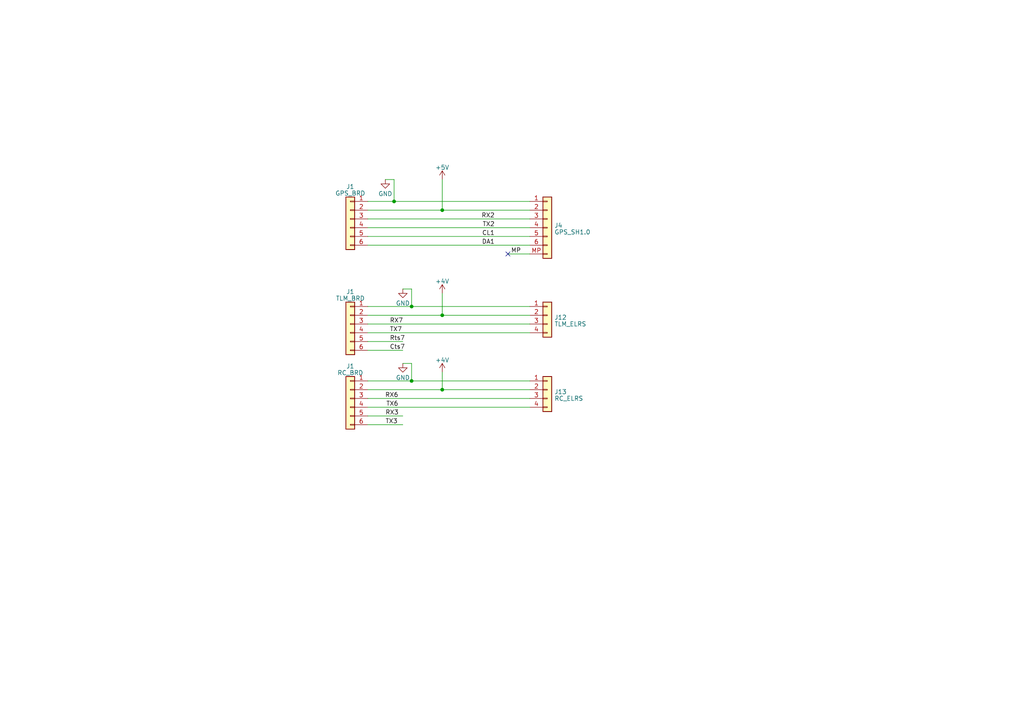
<source format=kicad_sch>
(kicad_sch (version 20230121) (generator eeschema)
  (paper "A4")
  (lib_symbols
    (symbol "Connector_Generic:Conn_01x04" (pin_names (offset 1.016) hide)
      (property "Reference" "J" (at 0 5.08 0))
      (property "Value" "Conn_01x04" (at 0 -7.62 0))
      (symbol "Conn_01x04_1_1"
        (rectangle (start -1.27 -4.953) (end 0 -5.207) (stroke (width 0.1524)))
        (rectangle (start -1.27 -2.413) (end 0 -2.667) (stroke (width 0.1524)))
        (rectangle (start -1.27 0.127) (end 0 -0.127) (stroke (width 0.1524)))
        (rectangle (start -1.27 2.667) (end 0 2.413) (stroke (width 0.1524)))
        (rectangle (start -1.27 3.81) (end 1.27 -6.35) (stroke (width 0.254)) (fill (type background)))
        (pin passive line (at -5.08 2.54 0) (length 3.81) (name "Pin_1") (number "1"))
        (pin passive line (at -5.08 0 0) (length 3.81) (name "Pin_2") (number "2"))
        (pin passive line (at -5.08 -2.54 0) (length 3.81) (name "Pin_3") (number "3"))
        (pin passive line (at -5.08 -5.08 0) (length 3.81) (name "Pin_4") (number "4"))
      )
    )
    (symbol "Connector_Generic:Conn_01x06" (pin_names (offset 1.016) hide)
      (property "Reference" "J" (at 0 7.62 0))
      (property "Value" "Conn_01x06" (at 0 -10.16 0))
      (symbol "Conn_01x06_1_1"
        (rectangle (start -1.27 -7.493) (end 0 -7.747) (stroke (width 0.1524)))
        (rectangle (start -1.27 -4.953) (end 0 -5.207) (stroke (width 0.1524)))
        (rectangle (start -1.27 -2.413) (end 0 -2.667) (stroke (width 0.1524)))
        (rectangle (start -1.27 0.127) (end 0 -0.127) (stroke (width 0.1524)))
        (rectangle (start -1.27 2.667) (end 0 2.413) (stroke (width 0.1524)))
        (rectangle (start -1.27 5.207) (end 0 4.953) (stroke (width 0.1524)))
        (rectangle (start -1.27 6.35) (end 1.27 -8.89) (stroke (width 0.254)) (fill (type background)))
        (pin passive line (at -5.08 5.08 0) (length 3.81) (name "Pin_1") (number "1"))
        (pin passive line (at -5.08 2.54 0) (length 3.81) (name "Pin_2") (number "2"))
        (pin passive line (at -5.08 0 0) (length 3.81) (name "Pin_3") (number "3"))
        (pin passive line (at -5.08 -2.54 0) (length 3.81) (name "Pin_4") (number "4"))
        (pin passive line (at -5.08 -5.08 0) (length 3.81) (name "Pin_5") (number "5"))
        (pin passive line (at -5.08 -7.62 0) (length 3.81) (name "Pin_6") (number "6"))
      )
    )
    (symbol "Connector_Generic:Conn_01x07" (pin_names (offset 1.016) hide)
      (property "Reference" "J4" (at 2.032 0.6437 0))
      (property "Value" "GPS" (at 2.032 -1.2773 0))
      (symbol "Conn_01x07_1_1"
        (rectangle (start -1.27 -7.493) (end 0 -7.747) (stroke (width 0.1524)))
        (rectangle (start -1.27 -4.953) (end 0 -5.207) (stroke (width 0.1524)))
        (rectangle (start -1.27 -2.413) (end 0 -2.667) (stroke (width 0.1524)))
        (rectangle (start -1.27 0.127) (end 0 -0.127) (stroke (width 0.1524)))
        (rectangle (start -1.27 2.667) (end 0 2.413) (stroke (width 0.1524)))
        (rectangle (start -1.27 5.207) (end 0 4.953) (stroke (width 0.1524)))
        (rectangle (start -1.27 7.747) (end 0 7.493) (stroke (width 0.1524)))
        (rectangle (start -1.27 8.89) (end 1.27 -8.89) (stroke (width 0.254)) (fill (type background)))
        (pin passive line (at -5.08 7.62 0) (length 3.81) (name "Pin_1") (number "1"))
        (pin passive line (at -5.08 5.08 0) (length 3.81) (name "Pin_2") (number "2"))
        (pin passive line (at -5.08 2.54 0) (length 3.81) (name "Pin_3") (number "3"))
        (pin passive line (at -5.08 0 0) (length 3.81) (name "Pin_4") (number "4"))
        (pin passive line (at -5.08 -2.54 0) (length 3.81) (name "Pin_5") (number "5"))
        (pin passive line (at -5.08 -5.08 0) (length 3.81) (name "Pin_6") (number "6"))
        (pin passive line (at -5.08 -7.62 0) (length 3.81) (name "Pin_7") (number "MP"))
      )
    )
    (symbol "power:+4V" (power) (pin_names (offset 0))
      (property "Value" "+4V" (at 0 3.556 0))
      (symbol "+4V_0_1"
        (polyline (pts (xy -0.762 1.27) (xy 0 2.54)))
        (polyline (pts (xy 0 0) (xy 0 2.54)))
        (polyline (pts (xy 0 2.54) (xy 0.762 1.27)))
      )
      (symbol "+4V_1_1"
        (pin power_in line (at 0 0 90) (length 0) hide (name "+4V") (number "1"))
      )
    )
    (symbol "power:+5V" (power) (pin_names (offset 0))
      (property "Value" "+5V" (at 0 3.556 0))
      (symbol "+5V_0_1"
        (polyline (pts (xy -0.762 1.27) (xy 0 2.54)))
        (polyline (pts (xy 0 0) (xy 0 2.54)))
        (polyline (pts (xy 0 2.54) (xy 0.762 1.27)))
      )
      (symbol "+5V_1_1"
        (pin power_in line (at 0 0 90) (length 0) hide (name "+5V") (number "1"))
      )
    )
    (symbol "power:GND" (power) (pin_names (offset 0))
      (property "Value" "GND" (at 0 -3.81 0))
      (symbol "GND_0_1"
        (polyline (pts (xy 0 0) (xy 0 -1.27) (xy 1.27 -1.27) (xy 0 -2.54) (xy -1.27 -1.27) (xy 0 -1.27)))
      )
      (symbol "GND_1_1"
        (pin power_in line (at 0 0 270) (length 0) hide (name "GND") (number "1"))
      )
    )
  )
  (junction (at 128.27 60.96))
  (junction (at 119.38 88.9))
  (junction (at 128.27 91.44))
  (junction (at 119.38 110.49))
  (junction (at 114.3 58.42))
  (junction (at 128.27 113.03))
  (no_connect (at 147.32 73.66))
  (wire (pts (xy 119.38 83.82) (xy 119.38 88.9)))
  (wire (pts (xy 106.68 99.06) (xy 116.84 99.06)))
  (wire (pts (xy 106.68 120.65) (xy 116.84 120.65)))
  (wire (pts (xy 153.67 73.66) (xy 147.32 73.66)))
  (wire (pts (xy 153.67 118.11) (xy 106.68 118.11)))
  (wire (pts (xy 106.68 123.19) (xy 116.84 123.19)))
  (wire (pts (xy 106.68 60.96) (xy 128.27 60.96)))
  (wire (pts (xy 128.27 91.44) (xy 153.67 91.44)))
  (wire (pts (xy 128.27 113.03) (xy 153.67 113.03)))
  (wire (pts (xy 114.3 52.07) (xy 114.3 58.42)))
  (wire (pts (xy 119.38 88.9) (xy 153.67 88.9)))
  (wire (pts (xy 106.68 101.6) (xy 116.84 101.6)))
  (wire (pts (xy 106.68 88.9) (xy 119.38 88.9)))
  (wire (pts (xy 119.38 105.41) (xy 119.38 110.49)))
  (wire (pts (xy 106.68 63.5) (xy 153.67 63.5)))
  (wire (pts (xy 153.67 110.49) (xy 119.38 110.49)))
  (wire (pts (xy 111.76 52.07) (xy 114.3 52.07)))
  (wire (pts (xy 106.68 68.58) (xy 153.67 68.58)))
  (wire (pts (xy 114.3 58.42) (xy 153.67 58.42)))
  (wire (pts (xy 128.27 107.95) (xy 128.27 113.03)))
  (wire (pts (xy 128.27 52.07) (xy 128.27 60.96)))
  (wire (pts (xy 106.68 113.03) (xy 128.27 113.03)))
  (wire (pts (xy 106.68 93.98) (xy 153.67 93.98)))
  (wire (pts (xy 119.38 105.41) (xy 116.84 105.41)))
  (wire (pts (xy 116.84 83.82) (xy 119.38 83.82)))
  (wire (pts (xy 106.68 91.44) (xy 128.27 91.44)))
  (wire (pts (xy 128.27 85.09) (xy 128.27 91.44)))
  (wire (pts (xy 106.68 71.12) (xy 153.67 71.12)))
  (wire (pts (xy 106.68 66.04) (xy 153.67 66.04)))
  (wire (pts (xy 106.68 58.42) (xy 114.3 58.42)))
  (wire (pts (xy 128.27 60.96) (xy 153.67 60.96)))
  (wire (pts (xy 106.68 96.52) (xy 153.67 96.52)))
  (wire (pts (xy 106.68 110.49) (xy 119.38 110.49)))
  (wire (pts (xy 153.67 115.57) (xy 106.68 115.57)))
  (label "TX7" (at 113.03 96.52 0))
  (label "RX2" (at 143.51 63.5 180))
  (label "Rts7" (at 113.03 99.06 0))
  (label "MP" (at 151.13 73.66 180))
  (label "RX7" (at 113.03 93.98 0))
  (label "Cts7" (at 113.03 101.6 0))
  (label "TX2" (at 143.51 66.04 180))
  (label "TX6" (at 115.57 118.11 180))
  (label "RX3" (at 111.76 120.65 0))
  (label "TX3" (at 111.76 123.19 0))
  (label "RX6" (at 115.57 115.57 180))
  (label "DA1" (at 143.51 71.12 180))
  (label "CL1" (at 143.51 68.58 180))
  (symbol (lib_id "Connector_Generic:Conn_01x06") (at 101.6 115.57 0) (mirror y) (unit 1)
    (property "Reference" "J1" (at 101.6 106.2101 0))
    (property "Value" "RC_BRD" (at 101.6 108.1311 0))
    (property "Footprint" "Connector_PinSocket_2.54mm:PinSocket_1x06_P2.54mm_Vertical" (effects hide))
    (instances (project "H743_WLITE_Breakouts" (path "" (reference "J1") (unit 1))) (project "H743_WLITE_RC_GPS_CAM_TLM_Breakout" (path "" (reference "J10") (unit 1))))
  )
  (symbol (lib_id "power:+4V") (at 128.27 85.09 0) (mirror y) (unit 1)
    (property "Reference" "#PWR03" (effects hide))
    (property "Value" "+4V" (at 128.27 81.5881 0))
    (instances (project "H743_WLITE_Breakouts" (path "" (reference "#PWR03") (unit 1))) (project "H743_WLITE_RC_GPS_CAM_TLM_Breakout" (path "" (reference "#PWR07") (unit 1))))
  )
  (symbol (lib_id "power:GND") (at 116.84 105.41 0) (mirror y) (unit 1)
    (property "Reference" "#PWR01" (effects hide))
    (property "Value" "GND" (at 116.84 109.5455 0))
    (instances (project "H743_WLITE_Breakouts" (path "" (reference "#PWR01") (unit 1))) (project "H743_WLITE_RC_GPS_CAM_TLM_Breakout" (path "" (reference "#PWR04") (unit 1))))
  )
  (symbol (lib_id "power:GND") (at 116.84 83.82 0) (unit 1)
    (property "Reference" "#PWR05" (effects hide))
    (property "Value" "GND" (at 116.84 87.9555 0))
    (instances (project "H743_WLITE_Breakouts" (path "" (reference "#PWR05") (unit 1))) (project "H743_WLITE_RC_GPS_CAM_TLM_Breakout" (path "" (reference "#PWR08") (unit 1))))
  )
  (symbol (lib_id "power:+4V") (at 128.27 107.95 0) (mirror y) (unit 1)
    (property "Reference" "#PWR03" (effects hide))
    (property "Value" "+4V" (at 128.27 104.4481 0))
    (instances (project "H743_WLITE_Breakouts" (path "" (reference "#PWR03") (unit 1))) (project "H743_WLITE_RC_GPS_CAM_TLM_Breakout" (path "" (reference "#PWR06") (unit 1))))
  )
  (symbol (lib_id "Connector_Generic:Conn_01x06") (at 101.6 93.98 0) (mirror y) (unit 1)
    (property "Reference" "J1" (at 101.6 84.6201 0))
    (property "Value" "TLM_BRD" (at 101.6 86.5411 0))
    (property "Footprint" "Connector_PinSocket_2.54mm:PinSocket_1x06_P2.54mm_Vertical" (effects hide))
    (instances (project "H743_WLITE_Breakouts" (path "" (reference "J1") (unit 1))) (project "H743_WLITE_RC_GPS_CAM_TLM_Breakout" (path "" (reference "J9") (unit 1))))
  )
  (symbol (lib_id "power:GND") (at 111.76 52.07 0) (mirror y) (unit 1)
    (property "Reference" "#PWR02" (effects hide))
    (property "Value" "GND" (at 111.76 56.2055 0))
    (instances (project "H743_WLITE_Breakouts" (path "" (reference "#PWR02") (unit 1))) (project "H743_WLITE_RC_GPS_CAM_TLM_Breakout" (path "" (reference "#PWR05") (unit 1))))
  )
  (symbol (lib_id "Connector_Generic:Conn_01x04") (at 158.75 113.03 0) (unit 1)
    (property "Reference" "J13" (at 160.782 113.6563 0) (effects (justify left)))
    (property "Value" "RC_ELRS" (at 160.782 115.5773 0) (effects (justify left)))
  )
  (symbol (lib_id "Connector_Generic:Conn_01x04") (at 158.75 91.44 0) (unit 1)
    (property "Reference" "J12" (at 160.782 92.0663 0) (effects (justify left)))
    (property "Value" "TLM_ELRS" (at 160.782 93.9873 0) (effects (justify left)))
  )
  (symbol (lib_id "Connector_Generic:Conn_01x06") (at 101.6 63.5 0) (mirror y) (unit 1)
    (property "Reference" "J1" (at 101.6 54.1401 0))
    (property "Value" "GPS_BRD" (at 101.6 56.0611 0))
    (property "Footprint" "Connector_PinSocket_2.54mm:PinSocket_1x06_P2.54mm_Vertical" (effects hide))
    (instances (project "H743_WLITE_Breakouts" (path "" (reference "J1") (unit 1))) (project "H743_WLITE_RC_GPS_CAM_TLM_Breakout" (path "" (reference "J8") (unit 1))))
  )
  (symbol (lib_id "Connector_Generic:Conn_01x07") (at 158.75 66.04 0) (unit 1)
    (property "Reference" "J4" (at 160.782 65.3963 0) (effects (justify left)))
    (property "Value" "GPS_SH1.0" (at 160.782 67.3173 0) (effects (justify left)))
    (property "Footprint" "Common_Conn:JST_SH_SM06B-SRSS-TB_1x06-1MP_P1.00mm_Horizontal" (effects hide))
    (instances (project "H743_WLITE_Breakouts" (path "" (reference "J4") (unit 1))) (project "H743_WLITE_RC_GPS_CAM_TLM_Breakout" (path "" (reference "J11") (unit 1))))
  )
  (symbol (lib_id "power:+5V") (at 128.27 52.07 0) (unit 1)
    (property "Reference" "#PWR04" (effects hide))
    (property "Value" "+5V" (at 128.27 48.5681 0))
    (instances (project "H743_WLITE_Breakouts" (path "" (reference "#PWR04") (unit 1))) (project "H743_WLITE_RC_GPS_CAM_TLM_Breakout" (path "" (reference "#PWR09") (unit 1))))
  )
)
</source>
